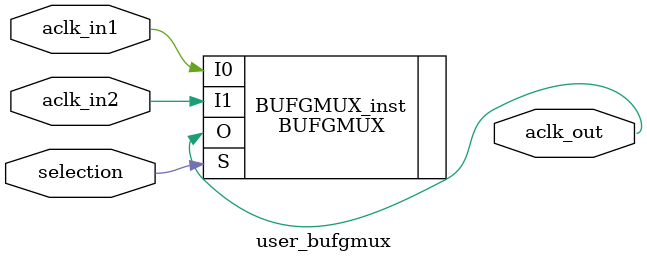
<source format=v>
`timescale 1ps / 1ps


module user_bufgmux(
        input   aclk_in1,
        input   aclk_in2,
        output  aclk_out,
        input   selection
    );


   // BUFGMUX: Global Clock Mux Buffer
   //          Artix-7
   // Xilinx HDL Language Template, version 2024.1

   BUFGMUX #(
   )
   BUFGMUX_inst (
      .O    ( aclk_out  ),  // 1-bit output: Clock output
      .I0   ( aclk_in1  ),  // 1-bit input: Clock input (S=0)
      .I1   ( aclk_in2  ),  // 1-bit input: Clock input (S=1)
      .S    ( selection )   // 1-bit input: Clock select
   );

   // End of BUFGMUX_inst instantiation


endmodule

</source>
